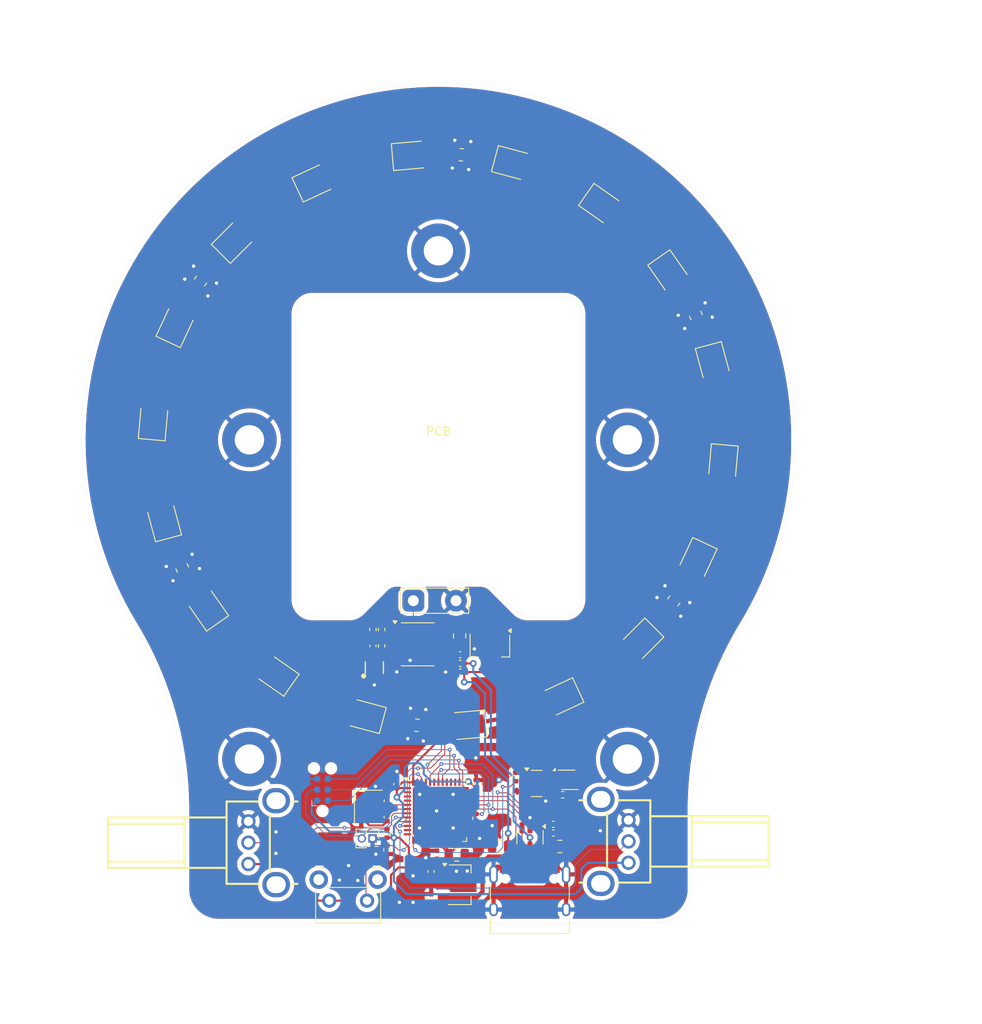
<source format=kicad_pcb>
(kicad_pcb (version 20240108) (generator "pcbnew") (generator_version "8.0")
  (layers (0 "F.Cu" signal) (1 "In1.Cu" signal) (2 "In2.Cu" signal) (31 "B.Cu" signal) (34 "B.Paste" user) (35 "F.Paste" user) (36 "B.SilkS" user "B.Silkscreen") (37 "F.SilkS" user "F.Silkscreen") (38 "B.Mask" user) (39 "F.Mask" user) (44 "Edge.Cuts" user))
  (net 0 "")
  (net 1 "+3V3")
  (net 2 "GND")
  (net 3 "/XOUT")
  (net 4 "/XIN")
  (net 5 "+5V")
  (net 6 "VBUS")
  (net 7 "Net-(D201-A)")
  (net 8 "Net-(D201-K)")
  (net 9 "Net-(D202-K)")
  (net 10 "Net-(D203-K)")
  (net 11 "Net-(D204-K)")
  (net 12 "Net-(D205-K)")
  (net 13 "Net-(D206-K)")
  (net 14 "Net-(D213-K)")
  (net 15 "Net-(D214-K)")
  (net 16 "Net-(D215-K)")
  (net 17 "Net-(D216-K)")
  (net 18 "Net-(D217-K)")
  (net 19 "Net-(D218-K)")
  (net 20 "Net-(D225-K)")
  (net 21 "Net-(D226-K)")
  (net 22 "Net-(D227-K)")
  (net 23 "Net-(D228-K)")
  (net 24 "Net-(D229-K)")
  (net 25 "Net-(D230-K)")
  (net 26 "/USBDM")
  (net 27 "/USBDP")
  (net 28 "/CC2")
  (net 30 "/CC1")
  (net 32 "/SWDIO")
  (net 33 "/SWCLK")
  (net 34 "/~{RESET}")
  (net 35 "/SWO")
  (net 36 "Net-(J103-Pin_1)")
  (net 37 "Net-(Q201-G)")
  (net 38 "Net-(Q202-B)")
  (net 39 "/DFU")
  (net 40 "/TIM2_CH1")
  (net 41 "/ADC1_IN1")
  (net 42 "/ADC1_IN2")
  (net 53 "/TIM1_CH1")
  (net 66 "/OPAMP1_VOUT")
  (net 69 "Net-(U103-A)")
  (net 71 "Net-(U104B--)")
  (net 72 "Net-(U104A-+)")
  (net 73 "Net-(U104A--)")
  (footprint "Capacitor_SMD:C_0402_1005Metric" (layer "F.Cu") (at 150.3985 140.6435 90)
    (property "Reference" "C103" (hide yes))
    (property "Value" "100n")
  )
  (footprint "LED_SMD:LED_PLCC_2835" (layer "F.Cu") (at 181.3985 105.5485 -115)
    (property "Reference" "D205" (hide yes))
    (property "Value" "LED")
  )
  (footprint "Package_TO_SOT_SMD:SOT-23" (layer "F.Cu") (at 162.286 132.1485)
    (property "Reference" "Q202" (hide yes))
    (property "Value" "MMBT3904")
  )
  (footprint "Resistor_SMD:R_0805_2012Metric" (layer "F.Cu") (at 120.0985 106.4985 -65)
    (property "Reference" "R205" (hide yes))
    (property "Value" "75R")
  )
  (footprint "Resistor_SMD:R_0402_1005Metric" (layer "F.Cu") (at 159.7885 131.3735 90)
    (property "Reference" "R202" (hide yes))
    (property "Value" "5k1")
  )
  (footprint "LED_SMD:LED_PLCC_2835" (layer "F.Cu") (at 178.0985 71.3485 -55)
    (property "Reference" "D201" (hide yes))
    (property "Value" "LED")
  )
  (footprint "Resistor_SMD:R_0402_1005Metric" (layer "F.Cu") (at 144.4735 140.0485 -90)
    (property "Reference" "R102" (hide yes))
    (property "Value" "10k")
  )
  (footprint "LED_SMD:LED_PLCC_2835" (layer "F.Cu") (at 119.3485 77.5985 65)
    (property "Reference" "D203" (hide yes))
    (property "Value" "LED")
  )
  (footprint "Capacitor_SMD:C_0805_2012Metric" (layer "F.Cu") (at 165.0485 139.6485)
    (property "Reference" "C115" (hide yes))
    (property "Value" "10u")
  )
  (footprint "LED_SMD:LED_PLCC_2835" (layer "F.Cu") (at 174.7485 115.1485 -135)
    (property "Reference" "D230" (hide yes))
    (property "Value" "LED")
  )
  (footprint "Resistor_SMD:R_0402_1005Metric" (layer "F.Cu") (at 155.0735 136.2985 -90)
    (property "Reference" "R106" (hide yes))
    (property "Value" "10k")
  )
  (footprint "Capacitor_SMD:C_0402_1005Metric" (layer "F.Cu") (at 153.1935 117.8635 180)
    (property "Reference" "C111" (hide yes))
    (property "Value" "100n")
  )
  (footprint "Package_SO:SOIC-8_3.9x4.9mm_P1.27mm" (layer "F.Cu") (at 148.1235 115.5885)
    (property "Reference" "U104" (hide yes))
    (property "Value" "TL072")
  )
  (footprint "Capacitor_SMD:C_0402_1005Metric" (layer "F.Cu") (at 144.4935 134.2235 90)
    (property "Reference" "C107" (hide yes))
    (property "Value" "20p")
  )
  (footprint "easyeda2kicad:SOT-363_L2.0-W1.3-P0.65-LS2.1-BL" (layer "F.Cu") (at 142.9735 118.3735)
    (property "Reference" "U103" (hide yes))
    (property "Value" "WAS3157B-6/TR")
  )
  (footprint "LED_SMD:LED_PLCC_2835" (layer "F.Cu") (at 165.2485 121.9485 -155)
    (property "Reference" "D218" (hide yes))
    (property "Value" "LED")
  )
  (footprint "Connector_USB:USB_C_Receptacle_HRO_TYPE-C-31-M-12" (layer "F.Cu") (at 161.48 146.1)
    (property "Reference" "J101" (hide yes))
    (property "Value" "HRO_TYPE_C_31_M_12")
  )
  (footprint "Capacitor_SMD:C_0402_1005Metric" (layer "F.Cu") (at 155.0735 132.2235 90)
    (property "Reference" "C104" (hide yes))
    (property "Value" "100n")
  )
  (footprint "Capacitor_SMD:C_0402_1005Metric" (layer "F.Cu") (at 149.7235 145.8035 90)
    (property "Reference" "C112" (hide yes))
    (property "Value" "100n")
  )
  (footprint "LED_SMD:LED_PLCC_2835" (layer "F.Cu") (at 169.9985 63.2985 -35)
    (property "Reference" "D213" (hide yes))
    (property "Value" "LED")
  )
  (footprint "LED_SMD:LED_PLCC_2835" (layer "F.Cu") (at 184.4985 94.0485 -95)
    (property "Reference" "D217" (hide yes))
    (property "Value" "LED")
  )
  (footprint "Capacitor_SMD:C_0402_1005Metric" (layer "F.Cu") (at 164.2985 138.0485)
    (property "Reference" "C117" (hide yes))
    (property "Value" "100n")
  )
  (footprint "Capacitor_SMD:C_0805_2012Metric" (layer "F.Cu") (at 157.9485 139.6485 180)
    (property "Reference" "C114" (hide yes))
    (property "Value" "10u")
  )
  (footprint "TestPoint:TestPoint_2Pads_Pitch5.08mm_Drill1.3mm" (layer "F.Cu") (at 147.6085 110.3985)
    (property "Reference" "J103" (hide yes))
    (property "Value" "LCLV")
  )
  (footprint "Package_TO_SOT_SMD:SOT-23-6" (layer "F.Cu") (at 161.4985 138.561 -90)
    (property "Reference" "U101" (hide yes))
    (property "Value" "SRV05-4")
  )
  (footprint "Resistor_SMD:R_0805_2012Metric" (layer "F.Cu") (at 178.6235 110.4235 55)
    (property "Reference" "R208" (hide yes))
    (property "Value" "75R")
  )
  (footprint "Capacitor_SMD:C_0402_1005Metric" (layer "F.Cu") (at 145.6435 132.2235 90)
    (property "Reference" "C102" (hide yes))
    (property "Value" "100n")
  )
  (footprint "LED_SMD:LED_PLCC_2835" (layer "F.Cu") (at 141.8485 124.0985 165)
    (property "Reference" "D228" (hide yes))
    (property "Value" "LED")
  )
  (footprint "Capacitor_SMD:C_0805_2012Metric" (layer "F.Cu") (at 152.7735 140.6485)
    (property "Reference" "C101" (hide yes))
    (property "Value" "10u")
  )
  (footprint "Resistor_SMD:R_0402_1005Metric" (layer "F.Cu") (at 142.7985 113.8235 -90)
    (property "Reference" "R103" (hide yes))
    (property "Value" "100k")
  )
  (footprint "LED_SMD:LED_PLCC_2835" (layer "F.Cu") (at 154.0485 125.1985 -175)
    (property "Reference" "D206" (hide yes))
    (property "Value" "LED")
  )
  (footprint "matei:DMP3028-UDFN2020" (layer "F.Cu") (at 165.861 131.6735)
    (property "Reference" "Q201" (hide yes))
    (property "Value" "DMP3028")
  )
  (footprint "Resistor_SMD:R_0402_1005Metric" (layer "F.Cu") (at 143.8385 115.7735 90)
    (property "Reference" "R104" (hide yes))
    (property "Value" "0R")
  )
  (footprint "Resistor_SMD:R_0402_1005Metric" (layer "F.Cu") (at 165.3885 133.4985 180)
    (property "Reference" "R201" (hide yes))
    (property "Value" "10k")
  )
  (footprint "LED_SMD:LED_PLCC_2835" (layer "F.Cu") (at 116.6485 89.038268 85)
    (property "Reference" "D215" (hide yes))
    (property "Value" "LED")
  )
  (footprint "LED_SMD:LED_PLCC_2835" (layer "F.Cu") (at 159.4485 58.3485 -15)
    (property "Reference" "D225" (hide yes))
    (property "Value" "LED")
  )
  (footprint "Capacitor_SMD:C_0402_1005Metric" (layer "F.Cu") (at 144.4935 136.1485 -90)
    (property "Reference" "C106" (hide yes))
    (property "Value" "20p")
  )
  (footprint "Resistor_SMD:R_0805_2012Metric" (layer "F.Cu") (at 148.0485 125.2235 -5)
    (property "Reference" "R206" (hide yes))
    (property "Value" "75R")
  )
  (footprint "Capacitor_SMD:C_0402_1005Metric" (layer "F.Cu") (at 164.2685 137.0235)
    (property "Reference" "C116" (hide yes))
    (property "Value" "100n")
  )
  (footprint "Capacitor_SMD:C_0402_1005Metric" (layer "F.Cu") (at 153.1935 116.8385)
    (property "Reference" "C108" (hide yes))
    (property "Value" "100n")
  )
  (footprint "easyeda2kicad:RES-TH_RK09K1110A0J" (layer "F.Cu") (at 129.625 139.2 -90)
    (property "Reference" "RV101" (hide yes))
    (property "Value" "10k")
  )
  (footprint "Capacitor_SMD:C_0402_1005Metric" (layer "F.Cu") (at 153.1935 118.8885 180)
    (property "Reference" "C110" (hide yes))
    (property "Value" "100n")
  )
  (footprint "Connector_PinHeader_1.27mm:PinHeader_1x02_P1.27mm_Vertical" (layer "F.Cu") (at 142.7485 138.6985 -90)
    (property "Reference" "SW101" (hide yes))
    (property "Value" "RESET")
  )
  (footprint "LED_SMD:LED_PLCC_2835" (layer "F.Cu") (at 123.0485 111.2985 125)
    (property "Reference" "D204" (hide yes))
    (property "Value" "LED")
  )
  (footprint "LED_SMD:LED_PLCC_2835" (layer "F.Cu") (at 135.8285 60.5685 25)
    (property "Reference" "D214" (hide yes))
    (property "Value" "LED")
  )
  (footprint "Package_DFN_QFN:QFN-48-1EP_7x7mm_P0.5mm_EP5.6x5.6mm" (layer "F.Cu") (at 150.3485 135.4485)
    (property "Reference" "U102" (hide yes))
    (property "Value" "STM32G431CBUx")
  )
  (footprint "Package_TO_SOT_SMD:SOT-89-3" (layer "F.Cu") (at 156.7235 115.7385 -90)
    (property "Reference" "U105" (hide yes))
    (property "Value" "HT7550-1_C16106")
  )
  (footprint "LED_SMD:LED_PLCC_2835" (layer "F.Cu") (at 117.8985 100.8485 105)
    (property "Reference" "D227" (hide yes))
    (property "Value" "LED")
  )
  (footprint "Resistor_SMD:R_0805_2012Metric" (layer "F.Cu") (at 181.2485 76.4485 115)
    (property "Reference" "R207" (hide yes))
    (property "Value" "75R")
  )
  (footprint "Capacitor_SMD:C_0805_2012Metric" (layer "F.Cu") (at 153.1235 114.5885 -90)
    (property "Reference" "C109" (hide yes))
    (property "Value" "10u")
  )
  (footprint "easyeda2kicad:RES-TH_RK09K1110A0J" (layer "F.Cu") (at 171.575 139.05 90)
    (property "Reference" "RV102" (hide yes))
    (property "Value" "10k")
  )
  (footprint "Resistor_SMD:R_0805_2012Metric" (layer "F.Cu") (at 122.2735 72.3485 -125)
    (property "Reference" "R204" (hide yes))
    (property "Value" "75R")
  )
  (footprint "Crystal:Crystal_SMD_3225-4Pin_3.2x2.5mm" (layer "F.Cu") (at 142.2485 134.9485 -90)
    (property "Reference" "Y101" (hide yes))
    (property "Value" "12MHz")
  )
  (footprint "matei:illuminator-monobody" (layer "F.Cu") (at 150.5985 91.2485)
    (property "Reference" "H101" (hide yes))
    (property "Value" "PCB")
    (fp_line (start -30.160875 53.5) (end -30.160875 44.132107) (stroke (width 0.017)) (layer "Edge.Cuts"))
    (fp_line (start -17 19.000017) (end -17 -15) (stroke (width 0.017)) (layer "Edge.Cuts"))
    (fp_line (start -15 -17) (end 15 -17) (stroke (width 0.017)) (layer "Edge.Cuts"))
    (fp_line (start -10.656872 21.000017) (end -15 21.000017) (stroke (width 0.017)) (layer "Edge.Cuts"))
    (fp_line (start -9.242658 20.414231) (end -6.414214 17.585786) (stroke (width 0.017)) (layer "Edge.Cuts"))
    (fp_line (start -5 17) (end 5 17) (stroke (width 0.017)) (layer "Edge.Cuts"))
    (fp_line (start 6.414214 17.585786) (end 9.242623 20.414196) (stroke (width 0.017)) (layer "Edge.Cuts"))
    (fp_line (start 15 20.999983) (end 10.656837 20.999983) (stroke (width 0.017)) (layer "Edge.Cuts"))
    (fp_line (start 17 -15) (end 17 18.999983) (stroke (width 0.017)) (layer "Edge.Cuts"))
    (fp_line (start 26.160875 57.5) (end -26.160875 57.5) (stroke (width 0.017)) (layer "Edge.Cuts"))
    (fp_line (start 30.160875 44.132107) (end 30.160875 53.5) (stroke (width 0.017)) (layer "Edge.Cuts"))
    (fp_arc (start -36.337035 22.042456) (mid -31.733966 32.663698) (end -30.160875 44.132107) (stroke (width 0.017)) (layer "Edge.Cuts"))
    (fp_arc (start -36.337035 22.042456) (mid 0 -42.5) (end 36.337035 22.042456) (stroke (width 0.017)) (layer "Edge.Cuts"))
    (fp_arc (start -26.160875 57.5) (mid -28.989302 56.328427) (end -30.160875 53.5) (stroke (width 0.017)) (layer "Edge.Cuts"))
    (fp_arc (start -17 -15) (mid -16.414214 -16.414214) (end -15 -17) (stroke (width 0.017)) (layer "Edge.Cuts"))
    (fp_arc (start -15 21.000017) (mid -16.414214 20.414231) (end -17 19.000017) (stroke (width 0.017)) (layer "Edge.Cuts"))
    (fp_arc (start -9.242658 20.414231) (mid -9.891505 20.847777) (end -10.656872 21.000017) (stroke (width 0.017)) (layer "Edge.Cuts"))
    (fp_arc (start -6.414214 17.585786) (mid -5.765367 17.15224) (end -5 17) (stroke (width 0.017)) (layer "Edge.Cuts"))
    (fp_arc (start 5 16.999999) (mid 5.765367 17.15224) (end 6.414214 17.585786) (stroke (width 0.017)) (layer "Edge.Cuts"))
    (fp_arc (start 10.656836 20.999983) (mid 9.891462 20.847753) (end 9.242623 20.414196) (stroke (width 0.017)) (layer "Edge.Cuts"))
    (fp_arc (start 15 -17) (mid 16.414214 -16.414214) (end 17 -15) (stroke (width 0.017)) (layer "Edge.Cuts"))
    (fp_arc (start 17 18.999983) (mid 16.414213 20.414195) (end 15 20.999983) (stroke (width 0.017)) (layer "Edge.Cuts"))
    (fp_arc (start 30.160875 44.132107) (mid 31.733966 32.663698) (end 36.337035 22.042456) (stroke (width 0.017)) (layer "Edge.Cuts"))
    (fp_arc (start 30.160875 53.5) (mid 28.989302 56.328429) (end 26.160875 57.5) (stroke (width 0.017)) (layer "Edge.Cuts"))
  )
  (footprint "Capacitor_SMD:C_0402_1005Metric" (layer "F.Cu") (at 142.7985 115.7735 90)
    (property "Reference" "C105" (hide yes))
    (property "Value" "100n")
  )
  (footprint "Resistor_SMD:R_0402_1005Metric" (layer "F.Cu") (at 144.4735 138.0985 90)
    (property "Reference" "R101" (hide yes))
    (property "Value" "10k")
  )
  (footprint "Resistor_SMD:R_0402_1005Metric" (layer "F.Cu") (at 143.8385 113.8235 90)
    (property "Reference" "R105" (hide yes))
    (property "Value" "0R")
  )
  (footprint "LED_SMD:LED_PLCC_2835" (layer "F.Cu") (at 126.2485 67.5585 45)
    (property "Reference" "D226" (hide yes))
    (property "Value" "LED")
  )
  (footprint "LED_SMD:LED_PLCC_2835" (layer "F.Cu") (at 147.3185 57.4085 5)
    (property "Reference" "D202" (hide yes))
    (property "Value" "LED")
  )
  (footprint "Capacitor_SMD:C_0402_1005Metric" (layer "F.Cu") (at 149.7235 142.6285 -90)
    (property "Reference" "C113" (hide yes))
    (property "Value" "100n")
  )
  (footprint "LED_SMD:LED_PLCC_2835" (layer "F.Cu") (at 131.2985 119.1985 145)
    (property "Reference" "D216" (hide yes))
    (property "Value" "LED")
  )
  (footprint "Package_TO_SOT_SMD:SOT-89-3" (layer "F.Cu") (at 153.1235 144.2085)
    (property "Reference" "U106" (hide yes))
    (property "Value" "78L05G-AB3-R")
  )
  (footprint "Button_Switch_THT:SW_Tactile_SKHH_Angled" (layer "F.Cu") (at 142.0985 146.0985 180)
    (property "Reference" "SW102" (hide yes))
    (property "Value" "DFU")
  )
  (footprint "Resistor_SMD:R_0805_2012Metric" (layer "F.Cu") (at 153.3235 57.3235 175)
    (property "Reference" "R203" (hide yes))
    (property "Value" "75R")
  )
  (footprint "LED_SMD:LED_PLCC_2835" (layer "F.Cu") (at 183.2985 82.0985 -75)
    (property "Reference" "D229" (hide yes))
    (property "Value" "LED")
  )
  (footprint "Connector:Tag-Connect_TC2030-IDC-NL_2x03_P1.27mm_Vertical" (layer "B.Cu") (at 136.7935 132.8885 90)
    (property "Reference" "J102" (hide yes))
    (property "Value" "PROG")
  )
  (gr_arc (start 181.805492 77.442527) (mid 182.511992 79.16503) (end 183.1235 80.9235) (stroke (width 0.5)) (layer "F.Cu") (net 24))
  (gr_arc (start 164.001764 122.481105) (mid 159.767648 123.975398) (end 155.3735 124.8985) (stroke (width 0.5)) (layer "F.Cu") (net 13))
  (gr_arc (start 127.110216 66.5544) (mid 130.831408 63.485933) (end 134.9485 60.973501) (stroke (width 0.5)) (layer "F.Cu") (net 15))
  (gr_arc (start 122.871609 71.617961) (mid 124.481065 69.522522) (end 126.2485 67.5585) (stroke (width 0.5)) (layer "F.Cu") (net 21))
  (gr_arc (start 147.147003 125.068201) (mid 144.478515 124.688458) (end 141.8485 124.0985) (stroke (width 0.5)) (layer "F.Cu") (net 23))
  (gr_arc (start 137.046086 59.96983) (mid 141.716253 58.337578) (end 146.5735 57.3985) (stroke (width 0.5)) (layer "F.Cu") (net 9))
  (gr_arc (start 119.747 105.727274) (mid 118.729254 103.323312) (end 117.898501 100.8485) (stroke (width 0.5)) (layer "F.Cu") (net 22))
  (gr_arc (start 117.572953 99.498618) (mid 116.753989 94.895459) (end 116.573501 90.2235) (stroke (width 0.5)) (layer "F.Cu") (net 16))
  (gr_arc (start 171.194588 64.161524) (mid 174.580115 67.107555) (end 177.5485 70.4735) (stroke (width 0.5)) (layer "F.Cu") (net 8))
  (gr_arc (start 184.329294 95.433709) (mid 183.37866 100.234241) (end 181.748499 104.8485) (stroke (width 0.5)) (layer "F.Cu") (net 12))
  (gr_arc (start 116.726928 87.704091) (mid 117.471222 83.347253) (end 118.7735 79.1235) (stroke (width 0.5)) (layer "F.Cu") (net 10))
  (gr_arc (start 130.087658 118.454721) (mid 126.714 115.546725) (end 123.7485 112.2235) (stroke (width 0.5)) (layer "F.Cu") (net 11))
  (gr_arc (start 140.501269 123.679017) (mid 135.730142 121.787401) (end 131.2985 119.1985) (stroke (width 0.5)) (layer "F.Cu") (net 17))
  (gr_arc (start 183.774409 83.505784) (mid 184.529043 88.19746) (end 184.6235 92.9485) (stroke (width 0.5)) (layer "F.Cu") (net 18))
  (gr_arc (start 160.718303 58.657155) (mid 165.001229 60.310375) (end 169.0235 62.523501) (stroke (width 0.5)) (layer "F.Cu") (net 14))
  (gr_arc (start 154.248334 57.375042) (mid 156.867341 57.76068) (end 159.4485 58.3485) (stroke (width 0.5)) (layer "F.Cu") (net 20))
  (gr_arc (start 178.054111 111.264041) (mid 176.4743 113.268388) (end 174.748499 115.1485) (stroke (width 0.5)) (layer "F.Cu") (net 25))
  (gr_arc (start 173.420663 116.450584) (mid 169.868084 119.260628) (end 165.9735 121.573499) (stroke (width 0.5)) (layer "F.Cu") (net 19))
  (gr_arc (start 141.753614 128.135132) (mid 149.833609 53.32396) (end 160.9235 127.7485) (stroke (width 1.5)) (layer "F.Cu") (net 7))
  (segment (start 145.6435 133.7935) (end 145.6485 133.7985) (width 0.25) (layer "F.Cu") (net 1))
  (segment (start 139.3985 146.0985) (end 141.0735 147.7735) (width 0.25) (layer "F.Cu") (net 1))
  (segment (start 145.6435 132.7035) (end 145.6435 132.6785) (width 0.25) (layer "F.Cu") (net 1))
  (segment (start 151.3735 141.0985) (end 150.4235 141.0985) (width 0.25) (layer "F.Cu") (net 1))
  (segment (start 131.965 141.74) (end 127.975 141.74) (width 0.25) (layer "F.Cu") (net 1))
  (segment (start 140.9985 120.8235) (end 140.9985 117.2485) (width 0.25) (layer "F.Cu") (net 1))
  (segment (start 150.5585 142.7085) (end 149.9985 142.1485) (width 0.25) (layer "F.Cu") (net 1))
  (segment (start 144.1235 147.7735) (end 144.9485 146.9485) (width 0.25) (layer "F.Cu") (net 1))
  (segment (start 150.4735 127.1735) (end 150.4735 122.9485) (width 0.25) (layer "F.Cu") (net 1))
  (segment (start 145.6435 132.6785) (end 146.311 132.011) (width 0.25) (layer "F.Cu") (net 1))
  (segment (start 147.5985 132.011) (end 147.5985 130.0485) (width 0.25) (layer "F.Cu") (net 1))
  (segment (start 151.1735 142.7085) (end 151.6235 142.2585) (width 0.25) (layer "F.Cu") (net 1))
  (segment (start 151.8235 140.4735) (end 151.8235 140.6485) (width 0.25) (layer "F.Cu") (net 1))
  (segment (start 154.2935 131.9235) (end 155.0735 132.7035) (width 0.25) (layer "F.Cu") (net 1))
  (segment (start 154.1735 131.9235) (end 154.2935 131.9235) (width 0.25) (layer "F.Cu") (net 1))
  (segment (start 142.9735 116.4285) (end 142.7985 116.2535) (width 0.25) (layer "F.Cu") (net 1))
  (segment (start 145.946 138.6085) (end 147.0735 139.736) (width 0.25) (layer "F.Cu") (net 1))
  (segment (start 146.911 132.6985) (end 145.6485 132.6985) (width 0.25) (layer "F.Cu") (net 1))
  (segment (start 136.3235 146.0985) (end 131.965 141.74) (width 0.25) (layer "F.Cu") (net 1))
  (segment (start 151.0985 138.886) (end 151.0985 139.7485) (width 0.25) (layer "F.Cu") (net 1))
  (segment (start 150.4735 122.9485) (end 149.5235 121.9985) (width 0.25) (layer "F.Cu") (net 1))
  (segment (start 142.1735 121.9985) (end 140.9985 120.8235) (width 0.25) (layer "F.Cu") (net 1))
  (segment (start 150.4235 141.0985) (end 150.3985 141.1235) (width 0.25) (layer "F.Cu") (net 1))
  (segment (start 140.9985 117.2485) (end 141.9935 116.2535) (width 0.25) (layer "F.Cu") (net 1))
  (segment (start 149.5235 121.9985) (end 142.1735 121.9985) (width 0.25) (layer "F.Cu") (net 1))
  (segment (start 145.2985 138.6085) (end 144.4735 138.6085) (width 0.25) (layer "F.Cu") (net 1))
  (segment (start 144.9485 143.0485) (end 145.8485 142.1485) (width 0.25) (layer "F.Cu") (net 1))
  (segment (start 147.0735 139.736) (end 147.0735 142.1485) (width 0.25) (layer "F.Cu") (net 1))
  (segment (start 141.9935 116.2535) (end 142.7985 116.2535) (width 0.25) (layer "F.Cu") (net 1))
  (segment (start 151.5985 138.886) (end 151.5985 140.4235) (width 0.25) (layer "F.Cu") (net 1))
  (segment (start 151.6235 140.8485) (end 151.8235 140.6485) (width 0.25) (layer "F.Cu") (net 1))
  (segment (start 153.786 133.1985) (end 154.5785 133.1985) (width 0.25) (layer "F.Cu") (net 1))
  (segment (start 145.2985 138.6085) (end 145.946 138.6085) (width 0.25) (layer "F.Cu") (net 1))
  (segment (start 152.5985 139.8735) (end 151.8235 140.6485) (width 0.25) (layer "F.Cu") (net 1))
  (segment (start 151.8235 140.6485) (end 151.3735 141.0985) (width 0.25) (layer "F.Cu") (net 1))
  (segment (start 151.6235 142.2585) (end 151.6235 140.8485) (width 0.25) (layer "F.Cu") (net 1))
  (segment (start 145.6435 132.7035) (end 145.6435 133.7935) (width 0.25) (layer "F.Cu") (net 1))
  (segment (start 154.5785 133.1985) (end 155.0735 132.7035) (width 0.25) (layer "F.Cu") (net 1))
  (segment (start 147.5985 130.0485) (end 150.4735 127.1735) (width 0.25) (layer "F.Cu") (net 1))
  (segment (start 146.311 132.011) (end 147.5985 132.011) (width 0.25) (layer "F.Cu") (net 1))
  (segment (start 142.9735 117.3835) (end 142.9735 116.4285) (width 0.25) (layer "F.Cu") (net 1))
  (segment (start 137.5985 146.0985) (end 139.3985 146.0985) (width 0.25) (layer "F.Cu") (net 1))
  (segment (start 141.0735 147.7735) (end 144.1235 147.7735) (width 0.25) (layer "F.Cu") (net 1))
  (segment (start 145.8485 142.1485) (end 147.0735 142.1485) (width 0.25) (layer "F.Cu") (net 1))
  (segment (start 151.0985 139.7485) (end 151.8235 140.4735) (width 0.25) (layer "F.Cu") (net 1))
  (segment (start 147.0735 142.1485) (end 149.7235 142.1485) (width 0.25) (layer "F.Cu") (net 1))
  (segment (start 152.5985 138.886) (end 152.5985 139.8735) (width 0.25) (layer "F.Cu") (net 1))
  (segment (start 151.5985 140.4235) (end 151.8235 140.6485) (width 0.25) (layer "F.Cu") (net 1))
  (segment (start 144.9485 146.9485) (end 144.9485 143.0485) (width 0.25) (layer "F.Cu") (net 1))
  (segment (start 145.6485 132.6985) (end 145.6435 132.7035) (width 0.25) (layer "F.Cu") (net 1))
  (segment (start 137.5985 146.0985) (end 136.3235 146.0985) (width 0.25) (layer "F.Cu") (net 1))
  (segment (start 151.2335 142.7085) (end 151.1735 142.7085) (width 0.25) (layer "F.Cu") (net 1))
  (via (at 145.2985 138.6085) (size 0.8) (drill 0.4) (layers "F.Cu" "B.Cu") (net 1))
  (via (at 145.6485 133.7985) (size 0.8) (drill 0.4) (layers "F.Cu" "B.Cu") (net 1))
  (via (at 154.1735 131.9235) (size 0.8) (drill 0.4) (layers "F.Cu" "B.Cu") (net 1))
  (segment (start 135.4985 135.7485) (end 137.6485 137.8985) (width 0.25) (layer "B.Cu") (net 1))
  (segment (start 144.5885 137.8985) (end 145.2985 138.6085) (width 0.25) (layer "B.Cu") (net 1))
  (segment (start 137.6485 137.8985) (end 144.5885 137.8985) (width 0.25) (layer "B.Cu") (net 1))
  (segment (start 145.2985 138.6085) (end 145.2985 143.7985) (width 0.25) (layer "B.Cu") (net 1))
  (segment (start 149.7485 131.9235) (end 154.1735 131.9235) (width 0.25) (layer "B.Cu") (net 1))
  (segment (start 145.2985 137.1985) (end 146.3735 136.1235) (width 0.25) (layer "B.Cu") (net 1))
  (segment (start 146.3735 134.5235) (end 145.6485 133.7985) (width 0.25) (layer "B.Cu") (net 1))
  (segment (start 148.8485 131.0235) (end 148.8485 130.226748) (width 0.25) (layer "B.Cu") (net 1))
  (segment (start 167.6235 144.5985) (end 167.6235 142.3235) (width 0.25) (layer "B.Cu") (net 1))
  (segment (start 146.5735 132.8735) (end 145.6485 133.7985) (width 0.25) (layer "B.Cu") (net 1))
  (segment (start 166.8985 145.3235) (end 167.6235 144.5985) (width 0.25) (layer "B.Cu") (net 1))
  (segment (start 145.2985 138.6085) (end 145.2985 137.1985) (width 0.25) (layer "B.Cu") (net 1))
  (segment (start 145.2985 143.7985) (end 146.8235 145.3235) (width 0.25) (layer "B.Cu") (net 1))
  (segment (start 146.3735 136.1235) (end 146.3735 134.5235) (width 0.25) (layer "B.Cu") (net 1))
  (segment (start 148.8485 130.226748) (end 148.370252 129.7485) (width 0.25) (layer "B.Cu") (net 1))
  (segment (start 168.357 141.59) (end 173.225 141.59) (width 0.25) (layer "B.Cu") (net 1))
  (segment (start 148.370252 129.7485) (end 147.1235 129.7485) (width 0.25) (layer "B.Cu") (net 1))
  (segment (start 146.5735 130.2985) (end 146.5735 132.8735) (width 0.25) (layer "B.Cu") (net 1))
  (segment (start 135.4985 134.8185) (end 135.4985 135.7485) (width 0.25) (layer "B.Cu") (net 1))
  (segment (start 149.7485 131.9235) (end 148.8485 131.0235) (width 0.25) (layer "B.Cu") (net 1))
  (segment (start 136.1585 134.1585) (end 135.4985 134.8185) (width 0.25) (layer "B.Cu") (net 1))
  (segment (start 146.8235 145.3235) (end 166.8985 145.3235) (width 0.25) (layer "B.Cu") (net 1))
  (segment (start 167.6235 142.3235) (end 168.357 141.59) (width 0.25) (layer "B.Cu") (net 1))
  (segment (start 147.1235 129.7485) (end 146.5735 130.2985) (width 0.25) (layer "B.Cu") (net 1))
  (segment (start 153.1235 115.5385) (end 153.5485 115.9635) (width 0.25) (layer "F.Cu") (net 2))
  (segment (start 144.9535 117.4935) (end 145.6485 117.4935) (width 0.25) (layer "F.Cu") (net 2))
  (segment (start 155.8235 139.6485) (end 154.8235 140.6485) (width 0.5) (layer "F.Cu") (net 2))
  (segment (start 164.7785 138.0485) (end 165.4735 138.0485) (width 0.5) (layer "F.Cu") (net 2))
  (segment (start 156.9985 139.6485) (end 155.8235 139.6485) (width 0.5) (layer "F.Cu") (net 2))
  (segment (start 145.6485 117.4935) (end 147.2185 117.4935) (width 0.25) (layer "F.Cu") (net 2))
  (segment (start 145.6435 130.7285) (end 145.6485 130.7235) (width 0.25) (layer "F.Cu") (net 2))
  (segment (start 143.9735 137.1485) (end 142.3735 137.1485) (width 0.25) (layer "F.Cu") (net 2))
  (segment (start 144.4935 133.7435) (end 143.2035 133.7435) (width 0.25) (layer "F.Cu") (net 2))
  (segment (start 161.3485 133.6985) (end 161.3485 133.0985) (width 0.25) (layer "F.Cu") (net 2))
  (segment (start 141.3985 136.1735) (end 141.3985 136.0485) (width 0.25) (layer "F.Cu") (net 2))
  (segment (start 165.4735 138.0485) (end 165.9985 138.5735) (width 0.5) (layer "F.Cu") (net 2))
  (segment (start 143.4235 120.4235) (end 143.6235 120.2235) (width 0.25) (layer "F.Cu") (net 2))
  (segment (start 165.8235 139.8235) (end 165.8235 142.9465) (width 0.5) (layer "F.Cu") (net 2))
  (segment (start 142.9735 120.4235) (end 142.9735 119.3635) (width 0.25) (layer "F.Cu") (net 2))
  (segment (start 144.1235 118.3235) (end 144.9535 117.4935) (width 0.25) (layer "F.Cu") (net 2))
  (segment (start 143.1635 140.5585) (end 143.1485 140.5735) (width 0.25) (layer "F.Cu") (net 2))
  (segment (start 143.6235 120.2235) (end 143.6235 119.3635) (width 0.25) (layer "F.Cu") (net 2))
  (segment (start 145.6435 131.7435) (end 145.6435 130.7285) (width 0.25) (layer "F.Cu") (net 2))
  (segment (start 154.1735 116.8385) (end 153.6735 116.8385) (width 0.25) (layer "F.Cu") (net 2))
  (segment (start 152.7135 118.8885) (end 151.4485 118.8885) (width 0.25) (layer "F.Cu") (net 2))
  (segment (start 142.9735 118.7985) (end 143.4485 118.3235) (width 0.25) (layer "F.Cu") (net 2))
  (segment (start 143.4485 118.3235) (end 144.1235 118.3235) (width 0.25) (layer "F.Cu") (net 2))
  (segment (start 156.9985 139.6485) (end 156.9985 137.1735) (width 0.25) (layer "F.Cu") (net 2))
  (segment (start 164.73 142.055) (end 164.885 142.055) (width 0.25) (layer "F.Cu") (net 2))
  (segment (start 153.5485 115.9635) (end 153.5485 116.7135) (width 0.25) (layer "F.Cu") (net 2))
  (segment (start 152.7135 117.8635) (end 152.7135 118.8885) (width 0.25) (layer "F.Cu") (net 2))
  (segment (start 154.8235 140.6485) (end 153.7235 140.6485) (width 0.5) (layer "F.Cu") (net 2))
  (segment (start 144.4935 136.6285) (end 143.9735 137.1485) (width 0.25) (layer "F.Cu") (net 2))
  (segment (start 165.9985 138.5735) (end 165.9985 139.6485) (width 0.5) (layer "F.Cu") (net 2))
  (segment (start 147.2185 117.4935) (end 147.2235 117.4985) (width 0.25) (layer "F.Cu") (net 2))
  (segment (start 149.0985 140.9985) (end 149.0985 140.4635) (width 0.25) (layer "F.Cu") (net 2))
  (segment (start 143.0985 133.8485) (end 143.0985 132.4985) (width 0.25) (layer "F.Cu") (net 2))
  (segment (start 153.5485 116.7135) (end 153.6735 116.8385) (width 0.25) (layer "F.Cu") (net 2))
  (segment (start 143.2035 133.7435) (end 143.0985 133.8485) (width 0.25) (layer "F.Cu") (net 2))
  (segment (start 161.8985 134.2485) (end 161.3485 133.6985) (width 0.25) (layer "F.Cu") (net 2))
  (segment (start 161.4985 137.4235) (end 161.4985 136.2235) (width 0.25) (layer "F.Cu") (net 2))
  (segment (start 144.4735 140.5585) (end 143.1635 140.5585) (width 0.25) (layer "F.Cu") (net 2))
  (segment (start 163.3735 134.2485) (end 161.8985 134.2485) (width 0.25) (layer "F.Cu") (net 2))
  (segment (start 142.3735 137.1485) (end 141.3985 136.1735) (width 0.25) (layer "F.Cu") (net 2))
  (segment (start 142.9735 119.3635) (end 142.9735 118.7985) (width 0.25) (layer "F.Cu") (net 2))
  (segment (start 165.8235 142.9465) (end 165.8 142.97) (width 0.5) (layer "F.Cu") (net 2))
  (segment (start 149.0985 140.4635) (end 149.3985 140.1635) (width 0.25) (layer "F.Cu") (net 2))
  (segment (start 154.8735 116.1385) (end 154.1735 116.8385) (width 0.25) (layer "F.Cu") (net 2))
  (segment (start 164.885 142.055) (end 165.8 142.97) (width 0.25) (layer "F.Cu") (net 2))
  (segment (start 165.9985 139.6485) (end 165.8235 139.8235) (width 0.5) (layer "F.Cu") (net 2))
  (segment (start 142.9735 120.4235) (end 143.4235 120.4235) (width 0.25) (layer "F.Cu") (net 2))
  (segment (start 158.075 142.055) (end 157.16 142.97) (width 0.25) (layer "F.Cu") (net 2))
  (segment (start 149.3985 140.1635) (end 150.3985 140.1635) (width 0.25) (layer "F.Cu") (net 2))
  (segment (start 158.23 142.055) (end 158.075 142.055) (width 0.25) (layer "F.Cu") (net 2))
  (via (at 149.0985 140.9985) (size 0.8) (drill 0.4) (layers "F.Cu" "B.Cu") (net 2))
  (via (at 169.8735 137.7735) (size 0.8) (drill 0.4) (layers "F.Cu" "B.Cu") (net 2))
  (via (at 120.3985 72.1235) (size 0.8) (drill 0.4) (layers "F.Cu" "B.Cu") (net 2))
  (via (at 180.5235 110.6235) (size 0.8) (drill 0.4) (layers "F.Cu" "B.Cu") (net 2))
  (via (at 140.9985 143.6985) (size 0.8) (drill 0.4) (layers "F.Cu" "B.Cu") (net 2))
  (via (at 152.3485 133.4485) (size 0.8) (drill 0.4) (layers "F.Cu" "B.Cu") (net 2))
  (via (at 143.0985 132.4985) (size 0.8) (drill 0.4) (layers "F.Cu" "B.Cu") (net 2))
  (via (at 163.3735 134.2485) (size 0.8) (drill 0.4) (layers "F.Cu" "B.Cu") (net 2))
  (via (at 148.7985 127.0985) (size 0.8) (drill 0.4) (layers "F.Cu" "B.Cu") (net 2))
  (via (at 154.1985 59.0735) (size 0.8) (drill 0.4) (layers "F.Cu" "B.Cu") (net 2))
  (via (at 123.1485 74.1235) (size 0.8) (drill 0.4) (layers "F.Cu" "B.Cu") (net 2))
  (via (at 121.4485 70.5735) (size 0.8) (drill 0.4) (layers "F.Cu" "B.Cu") (net 2))
  (via (at 124.1735 72.5985) (size 0.8) (drill 0.4) (layers "F.Cu" "B.Cu") (net 2))
  (via (at 149.0985 123.3485) (size 0.8) (drill 0.4) (layers "F.Cu" "B.Cu") (net 2))
  (via (at 148.3735 133.4485) (size 0.8) (drill 0.4) (layers "F.Cu" "B.Cu") (net 2))
  (via (at 152.5485 55.5985) (size 0.8) (drill 0.4) (layers "F.Cu" "B.Cu") (net 2))
  (via (at 147.2235 117.4985) (size 0.8) (drill 0.4) (layers "F.Cu" "B.Cu") (net 2))
  (via (at 147.2735 123.1985) (size 0.8) (drill 0.4) (layers "F.Cu" "B.Cu") (net 2))
  (via (at 118.1985 106.3235) (size 0.8) (drill 0.4) (layers "F.Cu" "B.Cu") (net 2))
  (via (at 179.1485 76.4235) (size 0.8) (drill 0.4) (layers "F.Cu" "B.Cu") (net 2))
  (via (at 182.3485 74.9485) (size 0.8) (drill 0.4) (layers "F.Cu" "B.Cu") (net 2))
  (via (at 150.3735 135.4235) (size 0.8) (drill 0.4) (layers "F.Cu" "B.Cu") (net 2))
  (via (at 152.3485 137.4485) (size 0.8) (drill 0.4) (layers "F.Cu" "B.Cu") (net 2))
  (via (at 147.5735 146.2985) (size 0.8) (drill 0.4) (layers "F.Cu" "B.Cu") (net 2))
  (via (at 156.9985 137.1735) (size 0.8) (drill 0.4) (layers "F.Cu" "B.Cu") (net 2))
  (via (at 152.2485 58.8985) (size 0.8) (drill 0.4) (layers "F.Cu" "B.Cu") (net 2))
  (via (at 148.3485 137.4485) (size 0.8) (drill 0.4) (layers "F.Cu" "B.Cu") (net 2))
  (via (at 131.2485 140.4735) (size 0.8) (drill 0.4) (layers "F.Cu" "B.Cu") (net 2))
  (via (at 147.5735 143.1485) (size 0.8) (drill 0.4) (layers "F.Cu" "B.Cu") (net 2))
  (via (at 151.4485 118.8885) (size 0.8) (drill 0.4) (layers "F.Cu" "B.Cu") (net 2))
  (via (at 179.9235 77.9985) (size 0.8) (drill 0.4) (layers "F.Cu" "B.Cu") (net 2))
  (via (at 154.0235 142.5735) (size 0.8) (drill 0.4) (layers "F.Cu" "B.Cu") (net 2))
  (via (at 176.6235 110.0235) (size 0.8) (drill 0.4) (layers "F.Cu" "B.Cu") (net 2))
  (via (at 145.9485 146.2985) (size 0.8) (drill 0.4) (layers "F.Cu" "B.Cu") (net 2))
  (via (at 155.4985 138.6985) (size 0.8) (drill 0.4) (layers "F.Cu" "B.Cu") (net 2))
  (via (at 177.5735 108.6235) (size 0.8) (drill 0.4) (layers "F.Cu" "B.Cu") (net 2))
  (via (at 154.4485 55.7485) (size 0.8) (drill 0.4) (layers "F.Cu" "B.Cu") (net 2))
  (via (at 146.9485 126.8235) (size 0.8) (drill 0.4) (layers "F.Cu" "B.Cu") (net 2))
  (via (at 145.6485 118.8735) (size 0.8) (drill 0.4) (layers "F.Cu" "B.Cu") (net 2))
  (via (at 152.7485 142.5985) (size 0.8) (drill 0.4) (layers "F.Cu" "B.Cu") (net 2))
  (via (at 157.7985 131.7235) (size 0.8) (drill 0.4) (layers "F.Cu" "B.Cu") (net 2))
  (via (at 142.9735 120.4235) (size 0.8) (drill 0.4) (layers "F.Cu" "B.Cu") (net 2))
  (via (at 179.4485 112.2485) (size 0.8) (drill 0.4) (layers "F.Cu" "B.Cu") (net 2))
  (via (at 154.8735 116.1385) (size 0.8) (drill 0.4) (layers "F.Cu" "B.Cu") (net 2))
  (via (at 155.0485 129.0985) (size 0.8) (drill 0.4) (layers "F.Cu" "B.Cu") (net 2))
  (via (at 131.2485 137.9235) (size 0.8) (drill 0.4) (layers "F.Cu" "B.Cu") (net 2))
  (via (at 121.2735 104.8735) (size 0.8) (drill 0.4) (layers "F.Cu" "B.Cu") (net 2))
  (via (at 183.1985 76.6485) (size 0.8) (drill 0.4) (layers "F.Cu" "B.Cu") (net 2))
  (via (at 122.1485 106.5735) (size 0.8) (drill 0.4) (layers "F.Cu" "B.Cu") (net 2))
  (via (at 138.7985 143.6485) (size 0.8) (drill 0.4) (layers "F.Cu" "B.Cu") (net 2))
  (via (at 145.6485 130.7235) (size 0.8) (drill 0.4) (layers "F.Cu" "B.Cu") (net 2))
  (via (at 143.1485 140.5735) (size 0.8) (drill 0.4) (layers "F.Cu" "B.Cu") (net 2))
  (via (at 161.4985 136.2235) (size 0.8) (drill 0.4) (layers "F.Cu" "B.Cu") (net 2))
  (via (at 139.8985 141.9235) (size 0.8) (drill 0.4) (layers "F.Cu" "B.Cu") (net 2))
  (via (at 118.9985 108.0235) (size 0.8) (drill 0.4) (layers "F.Cu" "B.Cu") (net 2))
  (segment (start 130.4685 131.6185) (end 128.0985 129.2485) (width 0.25) (layer "B.Cu") (net 2))
  (segment (start 136.1585 131.6185) (end 130.4685 131.6185) (width 0.25) (layer "B.Cu") (net 2))
  (segment (start 143.4785 135.6685) (end 143.0985 136.0485) (width 0.1) (layer "F.Cu") (net 3))
  (segment (start 144.4935 135.6685) (end 143.4785 135.6685) (width 0.1) (layer "F.Cu") (net 3))
  (segment (start 146.911 135.1985) (end 144.9635 135.1985) (width 0.1) (layer "F.Cu") (net 3))
  (segment (start 144.9635 135.1985) (end 144.4935 135.6685) (width 0.1) (layer "F.Cu") (net 3))
  (segment (start 144.4935 134.7035) (end 142.2535 134.7035) (width 0.1) (layer "F.Cu") (net 4))
  (segment (start 144.4985 134.6985) (end 144.4935 134.7035) (width 0.1) (layer "F.Cu") (net 4))
  (segment (start 142.2535 134.7035) (end 141.3985 133.8485) (width 0.1) (layer "F.Cu") (net 4))
  (segment (start 146.911 134.6985) (end 144.4985 134.6985) (width 0.1) (layer "F.Cu") (net 4))
  (segment (start 151.9735 116.0985) (end 152.7135 116.8385) (width 0.25) (layer "F.Cu") (net 5))
  (segment (start 155.0735 113.6385) (end 153.1235 113.6385) (width 0.25) (layer "F.Cu") (net 5))
  (segment (start 155.2235 113.7885) (end 155.0735 113.6385) (width 0.25) (layer "F.Cu") (net 5))
  (segment (start 161.4985 139.6985) (end 161.4985 138.586) (width 0.25) (layer "F.Cu") (net 5))
  (segment (start 152.7135 116.8385) (end 152.7135 116.9035) (width 0.25) (layer "F.Cu") (net 5))
  (segment (start 151.9735 114.7885) (end 151.9735 116.0985) (width 0.25) (layer "F.Cu") (net 5))
  (segment (start 150.8235 113.6835) (end 150.8685 113.6385) (width 0.25) (layer "F.Cu") (net 5))
  (segment (start 152.7135 116.9035) (end 153.6735 117.8635) (width 0.25) (layer "F.Cu") (net 5))
  (segment (start 153.1235 113.6385) (end 151.9735 114.7885) (width 0.25) (layer "F.Cu") (net 5))
  (segment (start 153.6735 117.8635) (end 154.7485 117.8635) (width 0.25) (layer "F.Cu") (net 5))
  (segment (start 150.5985 113.6835) (end 150.8235 113.6835) (width 0.25) (layer "F.Cu") (net 5))
  (segment (start 150.8685 113.6385) (end 153.1235 113.6385) (width 0.25) (layer "F.Cu") (net 5))
  (segment (start 150.5985 113.6835) (end 151.2685 113.6835) (width 0.25) (layer "F.Cu") (net 5))
  (via (at 154.7485 117.8635) (size 0.8) (drill 0.4) (layers "F.Cu" "B.Cu") (net 5))
  (via (at 161.4985 138.586) (size 0.8) (drill 0.4) (layers "F.Cu" "B.Cu") (net 5))
  (segment (start 154.7485 117.8635) (end 154.7485 118.9235) (width 0.25) (layer "B.Cu") (net 5))
  (segment (start 154.7485 118.9235) (end 156.8485 121.0235) (width 0.25) (layer "B.Cu") (net 5))
  (segment (start 156.8485 121.0235) (end 156.8485 128.711) (width 0.25) (layer "B.Cu") (net 5))
  (segment (start 159.5485 131.411) (end 159.5485 136.636) (width 0.25) (layer "B.Cu") (net 5))
  (segment (start 159.5485 136.636) (end 161.4985 138.586) (width 0.25) (layer "B.Cu") (net 5))
  (segment (start 156.8485 128.711) (end 159.5485 131.411) (width 0.25) (layer "B.Cu") (net 5))
  (segment (start 165.8985 133.4985) (end 165.8985 132.411) (width 0.5) (layer "F.Cu") (net 6))
  (segment (start 159.03 142.055) (end 159.03 142.68) (width 0.25) (layer "F.Cu") (net 6))
  (segment (start 162.9365 143.6735) (end 163.93 142.68) (width 0.25) (layer "F.Cu") (net 6))
  (segment (start 159.03 140.8485) (end 156.5735 140.8485) (width 0.5) (layer "F.Cu") (net 6))
  (segment (start 153.6735 118.8885) (end 156.2235 118.8885) (width 0.25) (layer "F.Cu") (net 6))
  (segment (start 166.7985 132.3235) (end 165.911 132.3235) (width 0.5) (layer "F.Cu") (net 6))
  (segment (start 165.911 132.3235) (end 165.861 132.3735) (width 0.5) (layer "F.Cu") (net 6))
  (segment (start 163.93 142.68) (end 163.93 142.055) (width 0.25) (layer "F.Cu") (net 6))
  (segment (start 160.0235 143.6735) (end 162.9365 143.6735) (width 0.25) (layer "F.Cu") (net 6))
  (segment (start 159.03 142.68) (end 160.0235 143.6735) (width 0.25) (layer "F.Cu") (net 6))
  (segment (start 156.2235 118.8885) (end 156.7235 118.3885) (width 0.25) (layer "F.Cu") (net 6))
  (segment (start 163.8185 136.3535) (end 165.8985 134.2735) (width 0.5) (layer "F.Cu") (net 6))
  (segment (start 165.8985 132.411) (end 165.861 132.3735) (width 0.5) (layer "F.Cu") (net 6))
  (segment (start 150.5985 146.2835) (end 151.1735 145.7085) (width 0.25) (layer "F.Cu") (net 6))
  (segment (start 156.5735 140.8485) (end 155.8485 141.5735) (width 0.5) (layer "F.Cu") (net 6))
  (segment (start 149.7235 146.2835) (end 150.5985 146.2835) (width 0.25) (layer "F.Cu") (net 6))
  (segment (start 153.6735 120.0885) (end 153.6735 118.8885) (width 0.25) (layer "F.Cu") (net 6))
  (segment (start 155.1635 145.7085) (end 151.1735 145.7085) (width 0.5) (layer "F.Cu") (net 6))
  (segment (start 163.93 139.817) (end 164.0985 139.6485) (width 0.5) (layer "F.Cu") (net 6))
  (segment (start 163.8185 138.0485) (end 163.8185 136.3535) (width 0.5) (layer "F.Cu") (net 6))
  (segment (start 159.03 142.055) (end 159.03 140.8485) (width 0.5) (layer "F.Cu") (net 6))
  (segment (start 156.7235 118.3885) (end 156.7235 113.876) (width 0.25) (layer "F.Cu") (net 6))
  (segment (start 164.0985 138.8485) (end 163.8185 138.5685) (width 0.5) (layer "F.Cu") (net 6))
  (segment (start 155.8485 141.5735) (end 155.8485 145.0235) (width 0.5) (layer "F.Cu") (net 6))
  (segment (start 159.03 139.78) (end 158.8985 139.6485) (width 0.5) (layer "F.Cu") (net 6))
  (segment (start 159.03 140.8485) (end 159.03 139.78) (width 0.5) (layer "F.Cu") (net 6))
  (segment (start 158.8985 139.6485) (end 158.8985 138.0735) (width 0.25) (layer "F.Cu") (net 6))
  (segment (start 155.8485 145.0235) (end 155.1635 145.7085) (width 0.5) (layer "F.Cu") (net 6))
  (segment (start 165.8985 134.2735) (end 165.8985 133.4985) (width 0.5) (layer "F.Cu") (net 6))
  (segment (start 164.0985 139.6485) (end 164.0985 138.8485) (width 0.5) (layer "F.Cu") (net 6))
  (segment (start 163.93 142.055) (end 163.93 139.817) (width 0.5) (layer "F.Cu") (net 6))
  (segment (start 163.8185 138.5685) (end 163.8185 138.0485) (width 0.5) (layer "F.Cu") (net 6))
  (via (at 158.8985 138.0735) (size 0.8) (drill 0.4) (layers "F.Cu" "B.Cu") (net 6))
  (via (at 153.6735 120.0885) (size 0.8) (drill 0.4) (layers "F.Cu" "B.Cu") (net 6))
  (segment (start 156.1485 121.4485) (end 154.7885 120.0885) (width 0.25) (layer "B.Cu") (net 6))
  (segment (start 158.8985 131.7485) (end 156.1485 128.9985) (width 0.25) (layer "B.Cu") (net 6))
  (segment (start 158.8985 138.0735) (end 158.8985 131.7485) (width 0.25) (layer "B.Cu") (net 6))
  (segment (start 154.7885 120.0885) (end 153.6735 120.0885) (width 0.25) (layer "B.Cu") (net 6))
  (segment (start 156.1485 128.9985) (end 156.1485 121.4485) (width 0.25) (layer "B.Cu") (net 6))
  (segment (start 164.5485 131.3485) (end 161.0235 127.8235) (width 1) (layer "F.Cu") (net 7))
  (segment (start 152.678732 126.422541) (end 152.678732 125.318339) (width 1) (layer "F.Cu") (net 7))
  (segment (start 161.0235 127.8235) (end 154.079691 127.8235) (width 1) (layer "F.Cu") (net 7))
  (segment (start 119.929601 76.352327) (end 117.458868 73.881594) (width 1) (layer "F.Cu") (net 7))
  (segment (start 181.169673 106.794673) (end 183.170487 108.795487) (width 1) (layer "F.Cu") (net 7))
  (segment (start 180.8174 106.794673) (end 181.169673 106.794673) (width 1) (layer "F.Cu") (net 7))
  (segment (start 148.688268 57.288661) (end 148.688268 53.892056) (width 1) (layer "F.Cu") (net 7))
  (segment (start 154.079691 127.8235) (end 152.678732 126.422541) (width 1) (layer "F.Cu") (net 7))
  (segment (start 165.861 131.3485) (end 164.5485 131.3485) (width 1) (layer "F.Cu") (net 7))
  (segment (start 122.259832 110.172166) (end 119.845927 112.586071) (width 1) (layer "F.Cu") (net 7))
  (segment (start 178.887168 72.474834) (end 181.377433 69.984569) (width 1) (layer "F.Cu") (net 7))
  (segment (start 160.73 139.88) (end 160.5485 139.6985) (width 0.1) (layer "F.Cu") (net 26))
  (segment (start 160.5485 139.6985) (end 160.5485 137.4235) (width 0.1) (layer "F.Cu") (net 26))
  (segment (start 161.4865 143.1235) (end 160.9985 143.1235) (width 0.1) (layer "F.Cu") (net 26))
  (segment (start 161.73 142.88) (end 161.4865 143.1235) (width 0.1) (layer "F.Cu") (net 26))
  (segment (start 160.9985 143.1235) (end 160.73 142.855) (width 0.1) (layer "F.Cu") (net 26))
  (segment (start 161.73 142.055) (end 161.73 142.88) (width 0.1) (layer "F.Cu") (net 26))
  (segment (start 160.5485 136.0985) (end 158.6485 134.1985) (width 0.1) (layer "F.Cu") (net 26))
  (segment (start 160.73 142.855) (end 160.73 142.055) (width 0.1) (layer "F.Cu") (net 26))
  (segment (start 160.73 142.055) (end 160.73 139.88) (width 0.1) (layer "F.Cu") (net 26))
  (segment (start 158.6485 134.1985) (end 153.786 134.1985) (width 0.1) (layer "F.Cu") (net 26))
  (segment (start 160.5485 137.4235) (end 160.5485 136.0985) (width 0.1) (layer "F.Cu") (net 26))
  (segment (start 162.4485 140.7235) (end 162.4485 139.6985) (width 0.1) (layer "F.Cu") (net 27))
  (segment (start 162.4485 135.8485) (end 162.1235 135.5235) (width 0.1) (layer "F.Cu") (net 27))
  (segment (start 162.1235 135.5235) (end 160.5735 135.5235) (width 0.1) (layer "F.Cu") (net 27))
  (segment (start 162.4485 139.6985) (end 162.4485 137.4235) (width 0.1) (layer "F.Cu") (net 27))
  (segment (start 162.086 141.086) (end 162.4485 140.7235) (width 0.1) (layer "F.Cu") (net 27))
  (segment (start 161.23 142.055) (end 161.23 141.23) (width 0.1) (layer "F.Cu") (net 27))
  (segment (start 161.9485 140.9485) (end 162.086 141.086) (width 0.1) (layer "F.Cu") (net 27))
  (segment (start 158.7485 133.6985) (end 153.786 133.6985) (width 0.1) (layer "F.Cu") (net 27))
  (segment (start 160.5735 135.5235) (end 158.7485 133.6985) (width 0.1) (layer "F.Cu") (net 27))
  (segment (start 162.23 141.23) (end 162.23 142.055) (width 0.1) (layer "F.Cu") (net 27))
  (segment (start 161.23 141.23) (end 161.5115 140.9485) (width 0.1) (layer "F.Cu") (net 27))
  (segment (start 161.5115 140.9485) (end 161.9485 140.9485) (width 0.1) (layer "F.Cu") (net 27))
  (segment (start 162.086 141.086) (end 162.23 141.23) (width 0.1) (layer "F.Cu") (net 27))
  (segment (start 162.4485 137.4235) (end 162.4485 135.8485) (width 0.1) (layer "F.Cu") (net 27))
  (segment (start 163.23 135.955) (end 163.23 142.055) (width 0.1) (layer "F.Cu") (net 28))
  (segment (start 150.5985 130.8735) (end 150.5985 132.011) (width 0.1) (layer "F.Cu") (net 28))
  (segment (start 160.7485 135.0985) (end 162.3735 135.0985) (width 0.1) (layer "F.Cu") (net 28))
  (segment (start 156.5485 134.6985) (end 153.786 134.6985) (width 0.1) (layer "F.Cu") (net 28))
  (segment (start 162.3735 135.0985) (end 163.23 135.955) (width 0.1) (layer "F.Cu") (net 28))
  (segment (start 158.9235 133.2735) (end 160.7485 135.0985) (width 0.1) (layer "F.Cu") (net 28))
  (segment (start 157.7235 133.2735) (end 158.9235 133.2735) (width 0.1) (layer "F.Cu") (net 28))
  (segment (start 150.936 130.536) (end 150.5985 130.8735) (width 0.1) (layer "F.Cu") (net 28))
  (segment (start 157.6485 133.1985) (end 157.7235 133.2735) (width 0.1) (layer "F.Cu") (net 28))
  (via (at 157.6485 133.1985) (size 0.45) (drill 0.2) (layers "F.Cu" "B.Cu") (net 28))
  (via (at 150.936 130.536) (size 0.45) (drill 0.2) (layers "F.Cu" "B.Cu") (net 28))
  (via (at 156.5485 134.6985) (size 0.45) (drill 0.2) (layers "F.Cu" "B.Cu") (net 28))
  (segment (start 155.661 130.536) (end 150.936 130.536) (width 0.1) (layer "B.Cu") (net 28))
  (segment (start 156.5485 134.6985) (end 156.5485 131.4235) (width 0.1) (layer "B.Cu") (net 28))
  (segment (start 156.5485 131.4235) (end 155.661 130.536) (width 0.1) (layer "B.Cu") (net 28))
  (segment (start 156.5485 135.5985) (end 156.5485 134.6985) (width 0.1) (layer "B.Cu") (net 28))
  (segment (start 157.3485 135.8735) (end 156.8235 135.8735) (width 0.1) (layer "B.Cu") (net 28))
  (segment (start 157.6485 135.5735) (end 157.3485 135.8735) (width 0.1) (layer "B.Cu") (net 28))
  (segment (start 157.6485 133.1985) (end 157.6485 135.5735) (width 0.1) (layer "B.Cu") (net 28))
  (segment (start 156.8235 135.8735) (end 156.5485 135.5985) (width 0.1) (layer "B.Cu") (net 28))
  (segment (start 158.8985 135.1985) (end 159.8235 136.1235) (width 0.1) (layer "F.Cu") (net 30))
  (segment (start 149.5985 131.1735) (end 149.5985 132.011) (width 0.1) (layer "F.Cu") (net 30))
  (segment (start 160.23 141.03) (end 160.23 142.055) (width 0.1) (layer "F.Cu") (net 30))
  (segment (start 150.9485 129.8235) (end 149.5985 131.1735) (width 0.1) (layer "F.Cu") (net 30))
  (segment (start 159.8235 140.6235) (end 160.23 141.03) (width 0.1) (layer "F.Cu") (net 30))
  (segment (start 159.8235 136.1235) (end 159.8235 140.6235) (width 0.1) (layer "F.Cu") (net 30))
  (segment (start 157.0735 135.1985) (end 153.786 135.1985) (width 0.1) (layer "F.Cu") (net 30))
  (segment (start 157.0735 135.1985) (end 158.8985 135.1985) (width 0.1) (layer "F.Cu") (net 30))
  (via (at 150.9485 129.8235) (size 0.45) (drill 0.2) (layers "F.Cu" "B.Cu") (net 30))
  (via (at 157.0735 135.1985) (size 0.45) (drill 0.2) (layers "F.Cu" "B.Cu") (net 30))
  (segment (start 155.7735 129.8235) (end 157.0735 131.1235) (width 0.1) (layer "B.Cu") (net 30))
  (segment (start 150.9485 129.8235) (end 155.7735 129.8235) (width 0.1) (layer "B.Cu") (net 30))
  (segment (start 157.0735 131.1235) (end 157.0735 135.1985) (width 0.1) (layer "B.Cu") (net 30))
  (segment (start 153.4985 130.7235) (end 153.4985 132.411) (width 0.1) (layer "F.Cu") (net 32))
  (segment (start 153.0235 129.4235) (end 153.0235 130.2485) (width 0.1) (layer "F.Cu") (net 32))
  (segment (start 153.0235 130.2485) (end 153.4985 130.7235) (width 0.1) (layer "F.Cu") (net 32))
  (segment (start 153.4985 132.411) (end 153.786 132.6985) (width 0.1) (layer "F.Cu") (net 32))
  (via (at 153.0235 129.4235) (size 0.45) (drill 0.2) (layers "F.Cu" "B.Cu") (net 32))
  (segment (start 144.7985 129.3485) (end 139.9885 134.1585) (width 0.1) (layer "B.Cu") (net 32))
  (segment (start 153.0235 129.4235) (end 152.9485 129.3485) (width 0.1) (layer "B.Cu") (net 32))
  (segment (start 139.9885 134.1585) (end 137.4285 134.1585) (width 0.1) (layer "B.Cu") (net 32))
  (segment (start 152.9485 129.3485) (end 144.7985 129.3485) (width 0.1) (layer "B.Cu") (net 32))
  (segment (start 153.0985 130.9485) (end 153.0985 132.011) (width 0.1) (layer "F.Cu") (net 33))
  (segment (start 152.4485 128.8485) (end 152.4485 130.2985) (width 0.1) (layer "F.Cu") (net 33))
  (segment (start 152.4485 130.2985) (end 153.0985 130.9485) (width 0.1) (layer "F.Cu") (net 33))
  (via (at 152.4485 128.8485) (size 0.45) (drill 0.2) (layers "F.Cu" "B.Cu") (net 33))
  (segment (start 144.5235 128.8485) (end 140.4835 132.8885) (width 0.1) (layer "B.Cu") (net 33))
  (segment (start 140.4835 132.8885) (end 137.4285 132.8885) (width 0.1) (layer "B.Cu") (net 33))
  (segment (start 152.4485 128.8485) (end 144.5235 128.8485) (width 0.1) (layer "B.Cu") (net 33))
  (segment (start 145.3485 135.6985) (end 145.0235 136.0235) (width 0.1) (layer "F.Cu") (net 34))
  (segment (start 142.3835 137.5885) (end 141.4785 138.4935) (width 0.1) (layer "F.Cu") (net 34))
  (segment (start 145.0235 137.0385) (end 144.4735 137.5885) (width 0.1) (layer "F.Cu") (net 34))
  (segment (start 145.0235 136.0235) (end 145.0235 137.0385) (width 0.1) (layer "F.Cu") (net 34))
  (segment (start 144.4735 137.5885) (end 142.3835 137.5885) (width 0.1) (layer "F.Cu") (net 34))
  (segment (start 141.4785 138.4935) (end 141.4785 138.6985) (width 0.1) (layer "F.Cu") (net 34))
  (segment (start 146.911 135.6985) (end 145.3485 135.6985) (width 0.1) (layer "F.Cu") (net 34))
  (segment (start 137.3235 138.3985) (end 141.1785 138.3985) (width 0.1) (layer "B.Cu") (net 34))
  (segment (start 141.1785 138.3985) (end 141.4785 138.6985) (width 0.1) (layer "B.Cu") (net 34))
  (segment (start 134.7985 133.5485) (end 134.7985 135.8735) (width 0.1) (layer "B.Cu") (net 34))
  (segment (start 136.1585 132.8885) (end 135.4585 132.8885) (width 0.1) (layer "B.Cu") (net 34))
  (segment (start 135.4585 132.8885) (end 134.7985 133.5485) (width 0.1) (layer "B.Cu") (net 34))
  (segment (start 134.7985 135.8735) (end 137.3235 138.3985) (width 0.1) (layer "B.Cu") (net 34))
  (segment (start 151.0985 131.1735) (end 151.0985 132.011) (width 0.1) (layer "F.Cu") (net 35))
  (segment (start 151.9485 128.1235) (end 151.9485 130.3235) (width 0.1) (layer "F.Cu") (net 35))
  (segment (start 151.9485 130.3235) (end 151.0985 131.1735) (width 0.1) (layer "F.Cu") (net 35))
  (via (at 151.9485 128.1235) (size 0.45) (drill 0.2) (layers "F.Cu" "B.Cu") (net 35))
  (segment (start 151.9485 128.1235) (end 144.4235 128.1235) (width 0.1) (layer "B.Cu") (net 35))
  (segment (start 140.9285 131.6185) (end 137.4285 131.6185) (width 0.1) (layer "B.Cu") (net 35))
  (segment (start 144.4235 128.1235) (end 140.9285 131.6185) (width 0.1) (layer "B.Cu") (net 35))
  (segment (start 145.6485 113.6835) (end 146.9635 113.6835) (width 0.1) (layer "F.Cu") (net 36))
  (segment (start 145.6485 113.6835) (end 144.2085 113.6835) (width 0.1) (layer "F.Cu") (net 36))
  (segment (start 147.6085 113.0385) (end 147.6085 110.3985) (width 0.1) (layer "F.Cu") (net 36))
  (segment (start 146.9635 113.6835) (end 147.6085 113.0385) (width 0.1) (layer "F.Cu") (net 36))
  (segment (start 143.8385 113.3135) (end 142.7985 113.3135) (width 0.1) (layer "F.Cu") (net 36))
  (segment (start 144.2085 113.6835) (end 143.8385 113.3135) (width 0.1) (layer "F.Cu") (net 36))
  (segment (start 164.8785 133.4985) (end 164.8785 132.3685) (width 0.1) (layer "F.Cu") (net 37))
  (segment (start 163.3985 132.3235) (end 164.9235 132.3235) (width 0.1) (layer "F.Cu") (net 37))
  (segment (start 164.8785 132.3685) (end 164.9235 132.3235) (width 0.1) (layer "F.Cu") (net 37))
  (segment (start 163.2235 132.1485) (end 163.3985 132.3235) (width 0.1) (layer "F.Cu") (net 37))
  (segment (start 161.3485 131.1985) (end 161.1485 130.9985) (width 0.1) (layer "F.Cu") (net 38))
  (segment (start 159.9235 130.9985) (end 159.7885 130.8635) (width 0.1) (layer "F.Cu") (net 38))
  (segment (start 161.1485 130.9985) (end 159.9235 130.9985) (width 0.1) (layer "F.Cu") (net 38))
  (segment (start 141.9735 140.1985) (end 142.6335 139.5385) (width 0.1) (layer "F.Cu") (net 39))
  (segment (start 148.5985 131.4735) (end 148.5985 132.011) (width 0.1) (layer "F.Cu") (net 39))
  (segment (start 142.6335 139.5385) (end 144.4735 139.5385) (width 0.1) (layer "F.Cu") (net 39))
  (segment (start 146.4485 140.0735) (end 145.8235 140.0735) (width 0.1) (layer "F.Cu") (net 39))
  (segment (start 145.2885 139.5385) (end 144.4735 139.5385) (width 0.1) (layer "F.Cu") (net 39))
  (segment (start 141.9735 145.9735) (end 141.9735 140.1985) (width 0.1) (layer "F.Cu") (net 39))
  (segment (start 142.0985 146.0985) (end 141.9735 145.9735) (width 0.1) (layer "F.Cu") (net 39))
  (segment (start 145.8235 140.0735) (end 145.2885 139.5385) (width 0.1) (layer "F.Cu") (net 39))
  (segment (start 148.1735 131.0485) (end 148.5985 131.4735) (width 0.1) (layer "F.Cu") (net 39))
  (via (at 148.1735 131.0485) (size 0.45) (drill 0.2) (layers "F.Cu" "B.Cu") (net 39))
  (via (at 146.4485 140.0735) (size 0.45) (drill 0.2) (layers "F.Cu" "B.Cu") (net 39))
  (segment (start 147.1485 139.3735) (end 147.1485 131.3235) (width 0.1) (layer "B.Cu") (net 39))
  (segment (start 146.4485 140.0735) (end 147.1485 139.3735) (width 0.1) (layer "B.Cu") (net 39))
  (segment (start 147.4235 131.0485) (end 148.1735 131.0485) (width 0.1) (layer "B.Cu") (net 39))
  (segment (start 147.1485 131.3235) (end 147.4235 131.0485) (width 0.1) (layer "B.Cu") (net 39))
  (segment (start 159.1235 132.5485) (end 159.7885 131.8835) (width 0.1) (layer "F.Cu") (net 40))
  (segment (start 147.5985 139.8235) (end 147.8485 140.0735) (width 0.1) (layer "F.Cu") (net 40))
  (segment (start 158.2485 132.5485) (end 159.1235 132.5485) (width 0.1) (layer "F.Cu") (net 40))
  (segment (start 147.5985 138.886) (end 147.5985 139.8235) (width 0.1) (layer "F.Cu") (net 40))
  (via (at 147.8485 140.0735) (size 0.45) (drill 0.2) (layers "F.Cu" "B.Cu") (net 40))
  (via (at 158.2485 132.5485) (size 0.45) (drill 0.2) (layers "F.Cu" "B.Cu") (net 40))
  (segment (start 157.6485 140.3735) (end 158.2485 139.7735) (width 0.1) (layer "B.Cu") (net 40))
  (segment (start 147.8485 140.0735) (end 148.1485 140.3735) (width 0.1) (layer "B.Cu") (net 40))
  (segment (start 148.1485 140.3735) (end 157.6485 140.3735) (width 0.1) (layer "B.Cu") (net 40))
  (segment (start 158.2485 139.7735) (end 158.2485 132.5485) (width 0.1) (layer "B.Cu") (net 40))
  (segment (start 136.0735 137.4235) (end 134.297 139.2) (width 0.1) (layer "F.Cu") (net 41))
  (segment (start 146.911 136.1985) (end 145.5235 136.1985) (width 0.1) (layer "F.Cu") (net 41))
  (segment (start 134.297 139.2) (end 127.975 139.2) (width 0.1) (layer "F.Cu") (net 41))
  (segment (start 139.4235 137.4235) (end 136.0735 137.4235) (width 0.1) (layer "F.Cu") (net 41))
  (via (at 145.5235 136.1985) (size 0.45) (drill 0.2) (layers "F.Cu" "B.Cu") (net 41))
  (via (at 139.4235 137.4235) (size 0.45) (drill 0.2) (layers "F.Cu" "B.Cu") (net 41))
  (segment (start 144.2985 137.4235) (end 145.5235 136.1985) (width 0.1) (layer "B.Cu") (net 41))
  (segment (start 139.4235 137.4235) (end 144.2985 137.4235) (width 0.1) (layer "B.Cu") (net 41))
  (segment (start 146.911 136.6985) (end 145.8235 136.6985) (width 0.1) (layer "F.Cu") (net 42))
  (segment (start 145.5235 136.9985) (end 145.5235 137.3735) (width 0.1) (layer "F.Cu") (net 42))
  (segment (start 145.8235 136.6985) (end 145.5235 136.9985) (width 0.1) (layer "F.Cu") (net 42))
  (segment (start 145.5235 137.3735) (end 146.0235 137.8735) (width 0.1) (layer "F.Cu") (net 42))
  (via (at 146.0235 137.8735) (size 0.45) (drill 0.2) (layers "F.Cu" "B.Cu") (net 42))
  (segment (start 148.6735 144.5985) (end 147.2485 144.5985) (width 0.1) (layer "B.Cu") (net 42))
  (segment (start 166.4735 144.5985) (end 166.8735 144.1985) (width 0.1) (layer "B.Cu") (net 42))
  (segment (start 148.6735 144.5985) (end 166.4735 144.5985) (width 0.1) (layer "B.Cu") (net 42))
  (segment (start 166.8735 144.1985) (end 166.8735 141.8485) (width 0.1) (layer "B.Cu") (net 42))
  (segment (start 147.2485 144.5985) (end 146.0235 143.3735) (width 0.1) (layer "B.Cu") (net 42))
  (segment (start 168.7235 139.9985) (end 172.2765 139.9985) (width 0.1) (layer "B.Cu") (net 42))
  (segment (start 146.0235 143.3735) (end 146.0235 137.8735) (width 0.1) (layer "B.Cu") (net 42))
  (segment (start 166.8735 141.8485) (end 168.7235 139.9985) (width 0.1) (layer "B.Cu") (net 42))
  (segment (start 172.2765 139.9985) (end 173.225 139.05) (width 0.1) (layer "B.Cu") (net 42))
  (segment (start 141.5735 120.5735) (end 141.5735 118.8235) (width 0.1) (layer "F.Cu") (net 53))
  (segment (start 155.7635 135.7885) (end 155.7735 135.7985) (width 0.1) (layer "F.Cu") (net 53))
  (segment (start 142.4985 121.4985) (end 141.5735 120.5735) (width 0.1) (layer "F.Cu") (net 53))
  (segment (start 150.9485 128.2735) (end 150.9485 122.7235) (width 0.1) (layer "F.Cu") (net 53))
  (segment (start 142.3235 118.0735) (end 142.3235 117.3835) (width 0.1) (layer "F.Cu") (net 53))
  (segment (start 153.786 135.6985) (end 154.9835 135.6985) (width 0.1) (layer "F.Cu") (net 53))
  (segment (start 149.7235 121.4985) (end 142.4985 121.4985) (width 0.1) (layer "F.Cu") (net 53))
  (segment (start 150.9485 122.7235) (end 149.7235 121.4985) (width 0.1) (layer "F.Cu") (net 53))
  (segment (start 154.9835 135.6985) (end 155.0735 135.7885) (width 0.1) (layer "F.Cu") (net 53))
  (segment (start 155.0735 135.7885) (end 155.7635 135.7885) (width 0.1) (layer "F.Cu") (net 53))
  (segment (start 141.5735 118.8235) (end 142.3235 118.0735) (width 0.1) (layer "F.Cu") (net 53))
  (segment (start 149.2985 129.9235) (end 150.9485 128.2735) (width 0.1) (layer "F.Cu") (net 53))
  (via (at 155.7735 135.7985) (size 0.45) (drill 0.2) (layers "F.Cu" "B.Cu") (net 53))
  (via (at 149.2985 129.9235) (size 0.45) (drill 0.2) (layers "F.Cu" "B.Cu") (net 53))
  (segment (start 156.0235 135.5485) (end 156.0235 131.5985) (width 0.1) (layer "B.Cu") (net 53))
  (segment (start 149.7985 131.0235) (end 149.2985 130.5235) (width 0.1) (layer "B.Cu") (net 53))
  (segment (start 155.4485 131.0235) (end 149.7985 131.0235) (width 0.1) (layer "B.Cu") (net 53))
  (segment (start 156.0235 131.5985) (end 155.4485 131.0235) (width 0.1) (layer "B.Cu") (net 53))
  (segment (start 155.7735 135.7985) (end 156.0235 135.5485) (width 0.1) (layer "B.Cu") (net 53))
  (segment (start 149.2985 130.5235) (end 149.2985 129.9235) (width 0.1) (layer "B.Cu") (net 53))
  (segment (start 146.0235 137.1985) (end 146.911 137.1985) (width 0.1) (layer "F.Cu") (net 66))
  (segment (start 149.6735 130.3235) (end 151.3485 128.6485) (width 0.1) (layer "F.Cu") (net 66))
  (segment (start 142.3235 120.7235) (end 142.3235 119.3635) (width 0.1) (layer "F.Cu") (net 66))
  (segment (start 142.6735 121.0735) (end 142.3235 120.7235) (width 0.1) (layer "F.Cu") (net 66))
  (segment (start 148.1735 130.3485) (end 148.1985 130.3235) (width 0.1) (layer "F.Cu") (net 66))
  (segment (start 148.1985 130.3235) (end 149.6735 130.3235) (width 0.1) (layer "F.Cu") (net 66))
  (segment (start 151.3485 122.5485) (end 149.8735 121.0735) (width 0.1) (layer "F.Cu") (net 66))
  (segment (start 151.3485 128.6485) (end 151.3485 122.5485) (width 0.1) (layer "F.Cu") (net 66))
  (segment (start 149.8735 121.0735) (end 142.6735 121.0735) (width 0.1) (layer "F.Cu") (net 66))
  (via (at 146.0235 137.1985) (size 0.45) (drill 0.2) (layers "F.Cu" "B.Cu") (net 66))
  (via (at 148.1735 130.3485) (size 0.45) (drill 0.2) (layers "F.Cu" "B.Cu") (net 66))
  (segment (start 146.8985 130.7985) (end 146.8985 136.3235) (width 0.1) (layer "B.Cu") (net 66))
  (segment (start 146.8985 136.3235) (end 146.0235 137.1985) (width 0.1) (layer "B.Cu") (net 66))
  (segment (start 147.3485 130.3485) (end 146.8985 130.7985) (width 0.1) (layer "B.Cu") (net 66))
  (segment (start 148.1735 130.3485) (end 147.3485 130.3485) (width 0.1) (layer "B.Cu") (net 66))
  (segment (start 143.6235 116.4985) (end 143.8385 116.2835) (width 0.1) (layer "F.Cu") (net 69))
  (segment (start 143.6235 117.3835) (end 143.6235 116.4985) (width 0.1) (layer "F.Cu") (net 69))
  (segment (start 150.5985 114.9535) (end 149.2835 114.9535) (width 0.1) (layer "F.Cu") (net 71))
  (segment (start 149.2835 114.9535) (end 148.9985 115.2385) (width 0.1) (layer "F.Cu") (net 71))
  (segment (start 148.9985 115.9385) (end 149.2835 116.2235) (width 0.1) (layer "F.Cu") (net 71))
  (segment (start 149.2835 116.2235) (end 150.5985 116.2235) (width 0.1) (layer "F.Cu") (net 71))
  (segment (start 148.9985 115.2385) (end 148.9985 115.9385) (width 0.1) (layer "F.Cu") (net 71))
  (segment (start 143.8385 115.2635) (end 144.7985 116.2235) (width 0.1) (layer "F.Cu") (net 72))
  (segment (start 144.7985 116.2235) (end 145.6485 116.2235) (width 0.1) (layer "F.Cu") (net 72))
  (segment (start 145.6485 114.9535) (end 144.4585 114.9535) (width 0.1) (layer "F.Cu") (net 73))
  (segment (start 144.4585 114.9535) (end 143.8385 114.3335) (width 0.1) (layer "F.Cu") (net 73))
  (zone (net 2) (net_name "GND") (layers "F.Cu" "In1.Cu" "In2.Cu" "B.Cu") (connect_pads (clearance 0.5)) (min_thickness 0.25) (fill yes (thermal_gap 0.5) (thermal_bridge_width 0.5))
    (polygon (pts (xy 98.3985 38.8985) (xy 98.3985 160.7985) (xy 198.4985 160.7985) (xy 215.3235 143.9735) (xy 215.3235 50.9985) (xy 203.2235 38.8985)))
  )
)
</source>
